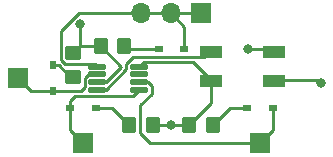
<source format=gbr>
%TF.GenerationSoftware,KiCad,Pcbnew,7.0.9*%
%TF.CreationDate,2024-02-15T17:21:18-06:00*%
%TF.ProjectId,MUX,4d55582e-6b69-4636-9164-5f7063625858,rev?*%
%TF.SameCoordinates,Original*%
%TF.FileFunction,Copper,L1,Top*%
%TF.FilePolarity,Positive*%
%FSLAX46Y46*%
G04 Gerber Fmt 4.6, Leading zero omitted, Abs format (unit mm)*
G04 Created by KiCad (PCBNEW 7.0.9) date 2024-02-15 17:21:18*
%MOMM*%
%LPD*%
G01*
G04 APERTURE LIST*
G04 Aperture macros list*
%AMRoundRect*
0 Rectangle with rounded corners*
0 $1 Rounding radius*
0 $2 $3 $4 $5 $6 $7 $8 $9 X,Y pos of 4 corners*
0 Add a 4 corners polygon primitive as box body*
4,1,4,$2,$3,$4,$5,$6,$7,$8,$9,$2,$3,0*
0 Add four circle primitives for the rounded corners*
1,1,$1+$1,$2,$3*
1,1,$1+$1,$4,$5*
1,1,$1+$1,$6,$7*
1,1,$1+$1,$8,$9*
0 Add four rect primitives between the rounded corners*
20,1,$1+$1,$2,$3,$4,$5,0*
20,1,$1+$1,$4,$5,$6,$7,0*
20,1,$1+$1,$6,$7,$8,$9,0*
20,1,$1+$1,$8,$9,$2,$3,0*%
G04 Aperture macros list end*
%TA.AperFunction,SMDPad,CuDef*%
%ADD10RoundRect,0.250000X0.350000X0.450000X-0.350000X0.450000X-0.350000X-0.450000X0.350000X-0.450000X0*%
%TD*%
%TA.AperFunction,SMDPad,CuDef*%
%ADD11R,0.609600X0.660400*%
%TD*%
%TA.AperFunction,SMDPad,CuDef*%
%ADD12R,0.660400X0.609600*%
%TD*%
%TA.AperFunction,SMDPad,CuDef*%
%ADD13RoundRect,0.250000X-0.350000X-0.450000X0.350000X-0.450000X0.350000X0.450000X-0.350000X0.450000X0*%
%TD*%
%TA.AperFunction,ComponentPad*%
%ADD14R,1.700000X1.700000*%
%TD*%
%TA.AperFunction,ComponentPad*%
%ADD15O,1.700000X1.700000*%
%TD*%
%TA.AperFunction,SMDPad,CuDef*%
%ADD16R,1.875000X1.050000*%
%TD*%
%TA.AperFunction,SMDPad,CuDef*%
%ADD17RoundRect,0.020000X0.690000X0.180000X-0.690000X0.180000X-0.690000X-0.180000X0.690000X-0.180000X0*%
%TD*%
%TA.AperFunction,SMDPad,CuDef*%
%ADD18RoundRect,0.250000X0.450000X-0.350000X0.450000X0.350000X-0.450000X0.350000X-0.450000X-0.350000X0*%
%TD*%
%TA.AperFunction,ViaPad*%
%ADD19C,0.800000*%
%TD*%
%TA.AperFunction,Conductor*%
%ADD20C,0.250000*%
%TD*%
G04 APERTURE END LIST*
D10*
%TO.P,R3,1*%
%TO.N,Net-(LED3-Pad1)*%
X151000000Y-84800000D03*
%TO.P,R3,2*%
%TO.N,GND*%
X149000000Y-84800000D03*
%TD*%
D11*
%TO.P,LED4,1*%
%TO.N,Net-(LED4-Pad1)*%
X145000000Y-86420500D03*
%TO.P,LED4,2*%
%TO.N,Net-(J6-Pin_1)*%
X145000000Y-88579500D03*
%TD*%
D12*
%TO.P,LED1,1*%
%TO.N,Net-(LED1-Pad1)*%
X148579500Y-90000000D03*
%TO.P,LED1,2*%
%TO.N,Net-(J1-Pin_1)*%
X146420500Y-90000000D03*
%TD*%
D13*
%TO.P,R1,1*%
%TO.N,Net-(LED1-Pad1)*%
X151400000Y-91440000D03*
%TO.P,R1,2*%
%TO.N,GND*%
X153400000Y-91440000D03*
%TD*%
D10*
%TO.P,R2,1*%
%TO.N,Net-(LED2-Pad1)*%
X158480000Y-91440000D03*
%TO.P,R2,2*%
%TO.N,GND*%
X156480000Y-91440000D03*
%TD*%
D12*
%TO.P,LED2,1*%
%TO.N,Net-(LED2-Pad1)*%
X161420500Y-90000000D03*
%TO.P,LED2,2*%
%TO.N,Net-(J2-Pin_1)*%
X163579500Y-90000000D03*
%TD*%
D14*
%TO.P,J1,1,Pin_1*%
%TO.N,Net-(J1-Pin_1)*%
X147500000Y-93000000D03*
%TD*%
D12*
%TO.P,LED3,1*%
%TO.N,Net-(LED3-Pad1)*%
X153920500Y-85000000D03*
%TO.P,LED3,2*%
%TO.N,Net-(J3-Pin_1)*%
X156079500Y-85000000D03*
%TD*%
D14*
%TO.P,J2,1,Pin_1*%
%TO.N,Net-(J2-Pin_1)*%
X162500000Y-93000000D03*
%TD*%
%TO.P,J3,1,Pin_1*%
%TO.N,Net-(J3-Pin_1)*%
X157500000Y-82000000D03*
D15*
%TO.P,J3,2,Pin_2*%
X154960000Y-82000000D03*
%TO.P,J3,3,Pin_3*%
X152420000Y-82000000D03*
%TD*%
D16*
%TO.P,D1,1*%
%TO.N,VCC*%
X158337500Y-85250000D03*
%TO.P,D1,2*%
%TO.N,Net-(J5-PWR)*%
X163662500Y-85250000D03*
%TO.P,D1,3*%
%TO.N,GND*%
X158337500Y-87750000D03*
%TO.P,D1,4*%
%TO.N,Net-(J4-PWR)*%
X163662500Y-87750000D03*
%TD*%
D14*
%TO.P,J6,1,Pin_1*%
%TO.N,Net-(J6-Pin_1)*%
X142000000Y-87500000D03*
%TD*%
D17*
%TO.P,U1,1,A*%
%TO.N,Net-(J1-Pin_1)*%
X152270000Y-88475000D03*
%TO.P,U1,2,B*%
%TO.N,Net-(J2-Pin_1)*%
X152270000Y-87825000D03*
%TO.P,U1,3,~{Y}*%
%TO.N,unconnected-(U1-~{Y}-Pad3)*%
X152270000Y-87175000D03*
%TO.P,U1,4,GND*%
%TO.N,GND*%
X152270000Y-86525000D03*
%TO.P,U1,5,Y*%
%TO.N,Net-(J3-Pin_1)*%
X148730000Y-86525000D03*
%TO.P,U1,6,~{A}/B*%
%TO.N,Net-(J6-Pin_1)*%
X148730000Y-87175000D03*
%TO.P,U1,7,~{G}*%
%TO.N,GND*%
X148730000Y-87825000D03*
%TO.P,U1,8,VCC*%
%TO.N,VCC*%
X148730000Y-88475000D03*
%TD*%
D18*
%TO.P,R4,1*%
%TO.N,Net-(LED4-Pad1)*%
X146650000Y-87360000D03*
%TO.P,R4,2*%
%TO.N,GND*%
X146650000Y-85360000D03*
%TD*%
D19*
%TO.N,GND*%
X154940000Y-91440000D03*
X147274072Y-82881020D03*
%TO.N,Net-(J5-PWR)*%
X161500000Y-85000000D03*
%TO.N,Net-(J4-PWR)*%
X167640000Y-87935641D03*
%TD*%
D20*
%TO.N,GND*%
X149000000Y-84800000D02*
X147210000Y-84800000D01*
X147210000Y-84800000D02*
X146650000Y-85360000D01*
X150725000Y-86525000D02*
X149000000Y-84800000D01*
X156480000Y-91440000D02*
X158337500Y-89582500D01*
X156480000Y-91440000D02*
X154940000Y-91440000D01*
X154940000Y-91440000D02*
X153400000Y-91440000D01*
X152676659Y-86118341D02*
X156845841Y-86118341D01*
X150725000Y-86537904D02*
X150725000Y-86525000D01*
X146650000Y-85360000D02*
X147274072Y-84735928D01*
X152270000Y-86525000D02*
X152676659Y-86118341D01*
X156845841Y-86118341D02*
X158337500Y-87610000D01*
X148730000Y-87825000D02*
X149437904Y-87825000D01*
X149437904Y-87825000D02*
X150725000Y-86537904D01*
X147274072Y-84735928D02*
X147274072Y-82881020D01*
X158337500Y-89582500D02*
X158337500Y-87610000D01*
%TO.N,VCC*%
X151175000Y-86737904D02*
X151175000Y-86262096D01*
X151768755Y-85668341D02*
X157779159Y-85668341D01*
X151175000Y-86262096D02*
X151768755Y-85668341D01*
X149437904Y-88475000D02*
X151175000Y-86737904D01*
X148730000Y-88475000D02*
X149437904Y-88475000D01*
X157779159Y-85668341D02*
X158337500Y-85110000D01*
%TO.N,Net-(LED1-Pad1)*%
X149960000Y-90000000D02*
X151400000Y-91440000D01*
X148579500Y-90000000D02*
X149960000Y-90000000D01*
%TO.N,Net-(LED2-Pad1)*%
X159920000Y-90000000D02*
X158480000Y-91440000D01*
X161420500Y-90000000D02*
X159920000Y-90000000D01*
%TO.N,Net-(LED3-Pad1)*%
X151200000Y-85000000D02*
X151000000Y-84800000D01*
X153920500Y-85000000D02*
X151200000Y-85000000D01*
%TO.N,Net-(J1-Pin_1)*%
X146420500Y-90000000D02*
X146420500Y-89445200D01*
X146420500Y-89445200D02*
X146836200Y-89029500D01*
X151715500Y-89029500D02*
X152270000Y-88475000D01*
X146420500Y-91920500D02*
X146420500Y-90000000D01*
X147500000Y-93000000D02*
X146420500Y-91920500D01*
X146836200Y-89029500D02*
X151715500Y-89029500D01*
%TO.N,Net-(J2-Pin_1)*%
X152325000Y-89777904D02*
X153305000Y-88797904D01*
X163579500Y-91920500D02*
X163579500Y-90000000D01*
X152325000Y-92128173D02*
X153196827Y-93000000D01*
X162500000Y-93000000D02*
X163579500Y-91920500D01*
X152977904Y-87825000D02*
X152270000Y-87825000D01*
X152325000Y-92128173D02*
X152325000Y-89777904D01*
X153305000Y-88797904D02*
X153305000Y-88152096D01*
X153196827Y-93000000D02*
X162500000Y-93000000D01*
X153305000Y-88152096D02*
X152977904Y-87825000D01*
%TO.N,Net-(J3-Pin_1)*%
X154960000Y-82000000D02*
X156079500Y-83119500D01*
X145625000Y-85948173D02*
X145961827Y-86285000D01*
X157500000Y-82000000D02*
X154960000Y-82000000D01*
X147129787Y-82000000D02*
X145625000Y-83504787D01*
X145961827Y-86285000D02*
X148490000Y-86285000D01*
X152420000Y-82000000D02*
X147129787Y-82000000D01*
X145625000Y-83504787D02*
X145625000Y-85948173D01*
X152420000Y-82000000D02*
X154960000Y-82000000D01*
X156079500Y-83119500D02*
X156079500Y-85000000D01*
X148490000Y-86285000D02*
X148730000Y-86525000D01*
%TO.N,Net-(J5-PWR)*%
X163552500Y-85000000D02*
X163662500Y-85110000D01*
X161500000Y-85000000D02*
X163552500Y-85000000D01*
%TO.N,Net-(J4-PWR)*%
X167640000Y-87935641D02*
X167314359Y-87610000D01*
X167314359Y-87610000D02*
X163662500Y-87610000D01*
%TO.N,Net-(J6-Pin_1)*%
X148022096Y-87175000D02*
X148730000Y-87175000D01*
X143079500Y-88579500D02*
X145000000Y-88579500D01*
X147695000Y-88210000D02*
X147695000Y-87502096D01*
X147695000Y-87502096D02*
X148022096Y-87175000D01*
X145000000Y-88579500D02*
X147325500Y-88579500D01*
X142000000Y-87500000D02*
X143079500Y-88579500D01*
X147325500Y-88579500D02*
X147695000Y-88210000D01*
%TO.N,Net-(LED4-Pad1)*%
X146400431Y-87360000D02*
X146650000Y-87360000D01*
X145460931Y-86420500D02*
X146400431Y-87360000D01*
X145000000Y-86420500D02*
X145460931Y-86420500D01*
%TD*%
M02*

</source>
